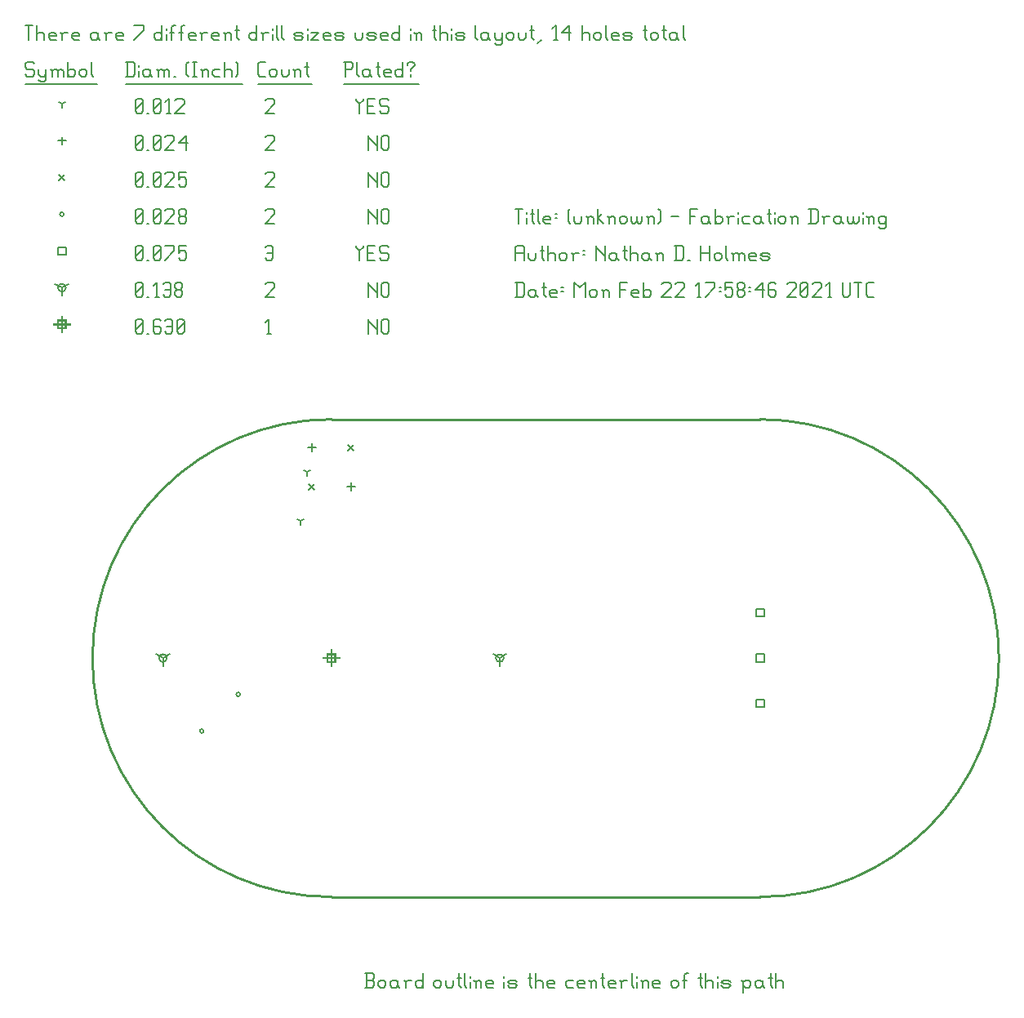
<source format=gbr>
G04 start of page 13 for group -3984 idx -3984 *
G04 Title: (unknown), fab *
G04 Creator: pcb 4.0.2 *
G04 CreationDate: Mon Feb 22 17:58:46 2021 UTC *
G04 For: ndholmes *
G04 Format: Gerber/RS-274X *
G04 PCB-Dimensions (mil): 4500.00 2500.00 *
G04 PCB-Coordinate-Origin: lower left *
%MOIN*%
%FSLAX25Y25*%
%LNFAB*%
%ADD66C,0.0100*%
%ADD65C,0.0060*%
%ADD64R,0.0080X0.0080*%
G54D64*X125000Y128200D02*Y121800D01*
X121800Y125000D02*X128200D01*
X123400Y126600D02*X126600D01*
X123400D02*Y123400D01*
X126600D01*
Y126600D02*Y123400D01*
X15000Y264450D02*Y258050D01*
X11800Y261250D02*X18200D01*
X13400Y262850D02*X16600D01*
X13400D02*Y259650D01*
X16600D01*
Y262850D02*Y259650D01*
G54D65*X140000Y263500D02*Y257500D01*
Y263500D02*Y262750D01*
X143750Y259000D01*
Y263500D02*Y257500D01*
X145550Y262750D02*Y258250D01*
Y262750D02*X146300Y263500D01*
X147800D01*
X148550Y262750D01*
Y258250D01*
X147800Y257500D02*X148550Y258250D01*
X146300Y257500D02*X147800D01*
X145550Y258250D02*X146300Y257500D01*
X98750D02*X100250D01*
X99500Y263500D02*Y257500D01*
X98000Y262000D02*X99500Y263500D01*
X45000Y258250D02*X45750Y257500D01*
X45000Y262750D02*Y258250D01*
Y262750D02*X45750Y263500D01*
X47250D01*
X48000Y262750D01*
Y258250D01*
X47250Y257500D02*X48000Y258250D01*
X45750Y257500D02*X47250D01*
X45000Y259000D02*X48000Y262000D01*
X49800Y257500D02*X50550D01*
X54600Y263500D02*X55350Y262750D01*
X53100Y263500D02*X54600D01*
X52350Y262750D02*X53100Y263500D01*
X52350Y262750D02*Y258250D01*
X53100Y257500D01*
X54600Y260500D02*X55350Y259750D01*
X52350Y260500D02*X54600D01*
X53100Y257500D02*X54600D01*
X55350Y258250D01*
Y259750D02*Y258250D01*
X57150Y262750D02*X57900Y263500D01*
X59400D01*
X60150Y262750D01*
Y258250D01*
X59400Y257500D02*X60150Y258250D01*
X57900Y257500D02*X59400D01*
X57150Y258250D02*X57900Y257500D01*
Y260500D02*X60150D01*
X61950Y258250D02*X62700Y257500D01*
X61950Y262750D02*Y258250D01*
Y262750D02*X62700Y263500D01*
X64200D01*
X64950Y262750D01*
Y258250D01*
X64200Y257500D02*X64950Y258250D01*
X62700Y257500D02*X64200D01*
X61950Y259000D02*X64950Y262000D01*
X193750Y125000D02*Y121800D01*
Y125000D02*X196523Y126600D01*
X193750Y125000D02*X190977Y126600D01*
X192150Y125000D02*G75*G03X195350Y125000I1600J0D01*G01*
G75*G03X192150Y125000I-1600J0D01*G01*
X56250D02*Y121800D01*
Y125000D02*X59023Y126600D01*
X56250Y125000D02*X53477Y126600D01*
X54650Y125000D02*G75*G03X57850Y125000I1600J0D01*G01*
G75*G03X54650Y125000I-1600J0D01*G01*
X15000Y276250D02*Y273050D01*
Y276250D02*X17773Y277850D01*
X15000Y276250D02*X12227Y277850D01*
X13400Y276250D02*G75*G03X16600Y276250I1600J0D01*G01*
G75*G03X13400Y276250I-1600J0D01*G01*
X140000Y278500D02*Y272500D01*
Y278500D02*Y277750D01*
X143750Y274000D01*
Y278500D02*Y272500D01*
X145550Y277750D02*Y273250D01*
Y277750D02*X146300Y278500D01*
X147800D01*
X148550Y277750D01*
Y273250D01*
X147800Y272500D02*X148550Y273250D01*
X146300Y272500D02*X147800D01*
X145550Y273250D02*X146300Y272500D01*
X98000Y277750D02*X98750Y278500D01*
X101000D01*
X101750Y277750D01*
Y276250D01*
X98000Y272500D02*X101750Y276250D01*
X98000Y272500D02*X101750D01*
X45000Y273250D02*X45750Y272500D01*
X45000Y277750D02*Y273250D01*
Y277750D02*X45750Y278500D01*
X47250D01*
X48000Y277750D01*
Y273250D01*
X47250Y272500D02*X48000Y273250D01*
X45750Y272500D02*X47250D01*
X45000Y274000D02*X48000Y277000D01*
X49800Y272500D02*X50550D01*
X53100D02*X54600D01*
X53850Y278500D02*Y272500D01*
X52350Y277000D02*X53850Y278500D01*
X56400Y277750D02*X57150Y278500D01*
X58650D01*
X59400Y277750D01*
Y273250D01*
X58650Y272500D02*X59400Y273250D01*
X57150Y272500D02*X58650D01*
X56400Y273250D02*X57150Y272500D01*
Y275500D02*X59400D01*
X61200Y273250D02*X61950Y272500D01*
X61200Y274750D02*Y273250D01*
Y274750D02*X61950Y275500D01*
X63450D01*
X64200Y274750D01*
Y273250D01*
X63450Y272500D02*X64200Y273250D01*
X61950Y272500D02*X63450D01*
X61200Y276250D02*X61950Y275500D01*
X61200Y277750D02*Y276250D01*
Y277750D02*X61950Y278500D01*
X63450D01*
X64200Y277750D01*
Y276250D01*
X63450Y275500D02*X64200Y276250D01*
X298400Y145100D02*X301600D01*
X298400D02*Y141900D01*
X301600D01*
Y145100D02*Y141900D01*
X298400Y126600D02*X301600D01*
X298400D02*Y123400D01*
X301600D01*
Y126600D02*Y123400D01*
X298400Y108100D02*X301600D01*
X298400D02*Y104900D01*
X301600D01*
Y108100D02*Y104900D01*
X13400Y292850D02*X16600D01*
X13400D02*Y289650D01*
X16600D01*
Y292850D02*Y289650D01*
X135000Y293500D02*Y292750D01*
X136500Y291250D01*
X138000Y292750D01*
Y293500D02*Y292750D01*
X136500Y291250D02*Y287500D01*
X139800Y290500D02*X142050D01*
X139800Y287500D02*X142800D01*
X139800Y293500D02*Y287500D01*
Y293500D02*X142800D01*
X147600D02*X148350Y292750D01*
X145350Y293500D02*X147600D01*
X144600Y292750D02*X145350Y293500D01*
X144600Y292750D02*Y291250D01*
X145350Y290500D01*
X147600D01*
X148350Y289750D01*
Y288250D01*
X147600Y287500D02*X148350Y288250D01*
X145350Y287500D02*X147600D01*
X144600Y288250D02*X145350Y287500D01*
X98000Y292750D02*X98750Y293500D01*
X100250D01*
X101000Y292750D01*
Y288250D01*
X100250Y287500D02*X101000Y288250D01*
X98750Y287500D02*X100250D01*
X98000Y288250D02*X98750Y287500D01*
Y290500D02*X101000D01*
X45000Y288250D02*X45750Y287500D01*
X45000Y292750D02*Y288250D01*
Y292750D02*X45750Y293500D01*
X47250D01*
X48000Y292750D01*
Y288250D01*
X47250Y287500D02*X48000Y288250D01*
X45750Y287500D02*X47250D01*
X45000Y289000D02*X48000Y292000D01*
X49800Y287500D02*X50550D01*
X52350Y288250D02*X53100Y287500D01*
X52350Y292750D02*Y288250D01*
Y292750D02*X53100Y293500D01*
X54600D01*
X55350Y292750D01*
Y288250D01*
X54600Y287500D02*X55350Y288250D01*
X53100Y287500D02*X54600D01*
X52350Y289000D02*X55350Y292000D01*
X57150Y287500D02*X60900Y291250D01*
Y293500D02*Y291250D01*
X57150Y293500D02*X60900D01*
X62700D02*X65700D01*
X62700D02*Y290500D01*
X63450Y291250D01*
X64950D01*
X65700Y290500D01*
Y288250D01*
X64950Y287500D02*X65700Y288250D01*
X63450Y287500D02*X64950D01*
X62700Y288250D02*X63450Y287500D01*
X71281Y95254D02*G75*G03X72881Y95254I800J0D01*G01*
G75*G03X71281Y95254I-800J0D01*G01*
X86203Y110175D02*G75*G03X87803Y110175I800J0D01*G01*
G75*G03X86203Y110175I-800J0D01*G01*
X14200Y306250D02*G75*G03X15800Y306250I800J0D01*G01*
G75*G03X14200Y306250I-800J0D01*G01*
X140000Y308500D02*Y302500D01*
Y308500D02*Y307750D01*
X143750Y304000D01*
Y308500D02*Y302500D01*
X145550Y307750D02*Y303250D01*
Y307750D02*X146300Y308500D01*
X147800D01*
X148550Y307750D01*
Y303250D01*
X147800Y302500D02*X148550Y303250D01*
X146300Y302500D02*X147800D01*
X145550Y303250D02*X146300Y302500D01*
X98000Y307750D02*X98750Y308500D01*
X101000D01*
X101750Y307750D01*
Y306250D01*
X98000Y302500D02*X101750Y306250D01*
X98000Y302500D02*X101750D01*
X45000Y303250D02*X45750Y302500D01*
X45000Y307750D02*Y303250D01*
Y307750D02*X45750Y308500D01*
X47250D01*
X48000Y307750D01*
Y303250D01*
X47250Y302500D02*X48000Y303250D01*
X45750Y302500D02*X47250D01*
X45000Y304000D02*X48000Y307000D01*
X49800Y302500D02*X50550D01*
X52350Y303250D02*X53100Y302500D01*
X52350Y307750D02*Y303250D01*
Y307750D02*X53100Y308500D01*
X54600D01*
X55350Y307750D01*
Y303250D01*
X54600Y302500D02*X55350Y303250D01*
X53100Y302500D02*X54600D01*
X52350Y304000D02*X55350Y307000D01*
X57150Y307750D02*X57900Y308500D01*
X60150D01*
X60900Y307750D01*
Y306250D01*
X57150Y302500D02*X60900Y306250D01*
X57150Y302500D02*X60900D01*
X62700Y303250D02*X63450Y302500D01*
X62700Y304750D02*Y303250D01*
Y304750D02*X63450Y305500D01*
X64950D01*
X65700Y304750D01*
Y303250D01*
X64950Y302500D02*X65700Y303250D01*
X63450Y302500D02*X64950D01*
X62700Y306250D02*X63450Y305500D01*
X62700Y307750D02*Y306250D01*
Y307750D02*X63450Y308500D01*
X64950D01*
X65700Y307750D01*
Y306250D01*
X64950Y305500D02*X65700Y306250D01*
X131800Y212200D02*X134200Y209800D01*
X131800D02*X134200Y212200D01*
X115800Y196200D02*X118200Y193800D01*
X115800D02*X118200Y196200D01*
X13800Y322450D02*X16200Y320050D01*
X13800D02*X16200Y322450D01*
X140000Y323500D02*Y317500D01*
Y323500D02*Y322750D01*
X143750Y319000D01*
Y323500D02*Y317500D01*
X145550Y322750D02*Y318250D01*
Y322750D02*X146300Y323500D01*
X147800D01*
X148550Y322750D01*
Y318250D01*
X147800Y317500D02*X148550Y318250D01*
X146300Y317500D02*X147800D01*
X145550Y318250D02*X146300Y317500D01*
X98000Y322750D02*X98750Y323500D01*
X101000D01*
X101750Y322750D01*
Y321250D01*
X98000Y317500D02*X101750Y321250D01*
X98000Y317500D02*X101750D01*
X45000Y318250D02*X45750Y317500D01*
X45000Y322750D02*Y318250D01*
Y322750D02*X45750Y323500D01*
X47250D01*
X48000Y322750D01*
Y318250D01*
X47250Y317500D02*X48000Y318250D01*
X45750Y317500D02*X47250D01*
X45000Y319000D02*X48000Y322000D01*
X49800Y317500D02*X50550D01*
X52350Y318250D02*X53100Y317500D01*
X52350Y322750D02*Y318250D01*
Y322750D02*X53100Y323500D01*
X54600D01*
X55350Y322750D01*
Y318250D01*
X54600Y317500D02*X55350Y318250D01*
X53100Y317500D02*X54600D01*
X52350Y319000D02*X55350Y322000D01*
X57150Y322750D02*X57900Y323500D01*
X60150D01*
X60900Y322750D01*
Y321250D01*
X57150Y317500D02*X60900Y321250D01*
X57150Y317500D02*X60900D01*
X62700Y323500D02*X65700D01*
X62700D02*Y320500D01*
X63450Y321250D01*
X64950D01*
X65700Y320500D01*
Y318250D01*
X64950Y317500D02*X65700Y318250D01*
X63450Y317500D02*X64950D01*
X62700Y318250D02*X63450Y317500D01*
X133000Y196600D02*Y193400D01*
X131400Y195000D02*X134600D01*
X117000Y212600D02*Y209400D01*
X115400Y211000D02*X118600D01*
X15000Y337850D02*Y334650D01*
X13400Y336250D02*X16600D01*
X140000Y338500D02*Y332500D01*
Y338500D02*Y337750D01*
X143750Y334000D01*
Y338500D02*Y332500D01*
X145550Y337750D02*Y333250D01*
Y337750D02*X146300Y338500D01*
X147800D01*
X148550Y337750D01*
Y333250D01*
X147800Y332500D02*X148550Y333250D01*
X146300Y332500D02*X147800D01*
X145550Y333250D02*X146300Y332500D01*
X98000Y337750D02*X98750Y338500D01*
X101000D01*
X101750Y337750D01*
Y336250D01*
X98000Y332500D02*X101750Y336250D01*
X98000Y332500D02*X101750D01*
X45000Y333250D02*X45750Y332500D01*
X45000Y337750D02*Y333250D01*
Y337750D02*X45750Y338500D01*
X47250D01*
X48000Y337750D01*
Y333250D01*
X47250Y332500D02*X48000Y333250D01*
X45750Y332500D02*X47250D01*
X45000Y334000D02*X48000Y337000D01*
X49800Y332500D02*X50550D01*
X52350Y333250D02*X53100Y332500D01*
X52350Y337750D02*Y333250D01*
Y337750D02*X53100Y338500D01*
X54600D01*
X55350Y337750D01*
Y333250D01*
X54600Y332500D02*X55350Y333250D01*
X53100Y332500D02*X54600D01*
X52350Y334000D02*X55350Y337000D01*
X57150Y337750D02*X57900Y338500D01*
X60150D01*
X60900Y337750D01*
Y336250D01*
X57150Y332500D02*X60900Y336250D01*
X57150Y332500D02*X60900D01*
X62700Y335500D02*X65700Y338500D01*
X62700Y335500D02*X66450D01*
X65700Y338500D02*Y332500D01*
X112500Y181000D02*Y179400D01*
Y181000D02*X113887Y181800D01*
X112500Y181000D02*X111113Y181800D01*
X115000Y201000D02*Y199400D01*
Y201000D02*X116387Y201800D01*
X115000Y201000D02*X113613Y201800D01*
X15000Y351250D02*Y349650D01*
Y351250D02*X16387Y352050D01*
X15000Y351250D02*X13613Y352050D01*
X135000Y353500D02*Y352750D01*
X136500Y351250D01*
X138000Y352750D01*
Y353500D02*Y352750D01*
X136500Y351250D02*Y347500D01*
X139800Y350500D02*X142050D01*
X139800Y347500D02*X142800D01*
X139800Y353500D02*Y347500D01*
Y353500D02*X142800D01*
X147600D02*X148350Y352750D01*
X145350Y353500D02*X147600D01*
X144600Y352750D02*X145350Y353500D01*
X144600Y352750D02*Y351250D01*
X145350Y350500D01*
X147600D01*
X148350Y349750D01*
Y348250D01*
X147600Y347500D02*X148350Y348250D01*
X145350Y347500D02*X147600D01*
X144600Y348250D02*X145350Y347500D01*
X98000Y352750D02*X98750Y353500D01*
X101000D01*
X101750Y352750D01*
Y351250D01*
X98000Y347500D02*X101750Y351250D01*
X98000Y347500D02*X101750D01*
X45000Y348250D02*X45750Y347500D01*
X45000Y352750D02*Y348250D01*
Y352750D02*X45750Y353500D01*
X47250D01*
X48000Y352750D01*
Y348250D01*
X47250Y347500D02*X48000Y348250D01*
X45750Y347500D02*X47250D01*
X45000Y349000D02*X48000Y352000D01*
X49800Y347500D02*X50550D01*
X52350Y348250D02*X53100Y347500D01*
X52350Y352750D02*Y348250D01*
Y352750D02*X53100Y353500D01*
X54600D01*
X55350Y352750D01*
Y348250D01*
X54600Y347500D02*X55350Y348250D01*
X53100Y347500D02*X54600D01*
X52350Y349000D02*X55350Y352000D01*
X57900Y347500D02*X59400D01*
X58650Y353500D02*Y347500D01*
X57150Y352000D02*X58650Y353500D01*
X61200Y352750D02*X61950Y353500D01*
X64200D01*
X64950Y352750D01*
Y351250D01*
X61200Y347500D02*X64950Y351250D01*
X61200Y347500D02*X64950D01*
X3000Y368500D02*X3750Y367750D01*
X750Y368500D02*X3000D01*
X0Y367750D02*X750Y368500D01*
X0Y367750D02*Y366250D01*
X750Y365500D01*
X3000D01*
X3750Y364750D01*
Y363250D01*
X3000Y362500D02*X3750Y363250D01*
X750Y362500D02*X3000D01*
X0Y363250D02*X750Y362500D01*
X5550Y365500D02*Y363250D01*
X6300Y362500D01*
X8550Y365500D02*Y361000D01*
X7800Y360250D02*X8550Y361000D01*
X6300Y360250D02*X7800D01*
X5550Y361000D02*X6300Y360250D01*
Y362500D02*X7800D01*
X8550Y363250D01*
X11100Y364750D02*Y362500D01*
Y364750D02*X11850Y365500D01*
X12600D01*
X13350Y364750D01*
Y362500D01*
Y364750D02*X14100Y365500D01*
X14850D01*
X15600Y364750D01*
Y362500D01*
X10350Y365500D02*X11100Y364750D01*
X17400Y368500D02*Y362500D01*
Y363250D02*X18150Y362500D01*
X19650D01*
X20400Y363250D01*
Y364750D02*Y363250D01*
X19650Y365500D02*X20400Y364750D01*
X18150Y365500D02*X19650D01*
X17400Y364750D02*X18150Y365500D01*
X22200Y364750D02*Y363250D01*
Y364750D02*X22950Y365500D01*
X24450D01*
X25200Y364750D01*
Y363250D01*
X24450Y362500D02*X25200Y363250D01*
X22950Y362500D02*X24450D01*
X22200Y363250D02*X22950Y362500D01*
X27000Y368500D02*Y363250D01*
X27750Y362500D01*
X0Y359250D02*X29250D01*
X41750Y368500D02*Y362500D01*
X44000Y368500D02*X44750Y367750D01*
Y363250D01*
X44000Y362500D02*X44750Y363250D01*
X41000Y362500D02*X44000D01*
X41000Y368500D02*X44000D01*
X46550Y367000D02*Y366250D01*
Y364750D02*Y362500D01*
X50300Y365500D02*X51050Y364750D01*
X48800Y365500D02*X50300D01*
X48050Y364750D02*X48800Y365500D01*
X48050Y364750D02*Y363250D01*
X48800Y362500D01*
X51050Y365500D02*Y363250D01*
X51800Y362500D01*
X48800D02*X50300D01*
X51050Y363250D01*
X54350Y364750D02*Y362500D01*
Y364750D02*X55100Y365500D01*
X55850D01*
X56600Y364750D01*
Y362500D01*
Y364750D02*X57350Y365500D01*
X58100D01*
X58850Y364750D01*
Y362500D01*
X53600Y365500D02*X54350Y364750D01*
X60650Y362500D02*X61400D01*
X65900Y363250D02*X66650Y362500D01*
X65900Y367750D02*X66650Y368500D01*
X65900Y367750D02*Y363250D01*
X68450Y368500D02*X69950D01*
X69200D02*Y362500D01*
X68450D02*X69950D01*
X72500Y364750D02*Y362500D01*
Y364750D02*X73250Y365500D01*
X74000D01*
X74750Y364750D01*
Y362500D01*
X71750Y365500D02*X72500Y364750D01*
X77300Y365500D02*X79550D01*
X76550Y364750D02*X77300Y365500D01*
X76550Y364750D02*Y363250D01*
X77300Y362500D01*
X79550D01*
X81350Y368500D02*Y362500D01*
Y364750D02*X82100Y365500D01*
X83600D01*
X84350Y364750D01*
Y362500D01*
X86150Y368500D02*X86900Y367750D01*
Y363250D01*
X86150Y362500D02*X86900Y363250D01*
X41000Y359250D02*X88700D01*
X95750Y362500D02*X98000D01*
X95000Y363250D02*X95750Y362500D01*
X95000Y367750D02*Y363250D01*
Y367750D02*X95750Y368500D01*
X98000D01*
X99800Y364750D02*Y363250D01*
Y364750D02*X100550Y365500D01*
X102050D01*
X102800Y364750D01*
Y363250D01*
X102050Y362500D02*X102800Y363250D01*
X100550Y362500D02*X102050D01*
X99800Y363250D02*X100550Y362500D01*
X104600Y365500D02*Y363250D01*
X105350Y362500D01*
X106850D01*
X107600Y363250D01*
Y365500D02*Y363250D01*
X110150Y364750D02*Y362500D01*
Y364750D02*X110900Y365500D01*
X111650D01*
X112400Y364750D01*
Y362500D01*
X109400Y365500D02*X110150Y364750D01*
X114950Y368500D02*Y363250D01*
X115700Y362500D01*
X114200Y366250D02*X115700D01*
X95000Y359250D02*X117200D01*
X130750Y368500D02*Y362500D01*
X130000Y368500D02*X133000D01*
X133750Y367750D01*
Y366250D01*
X133000Y365500D02*X133750Y366250D01*
X130750Y365500D02*X133000D01*
X135550Y368500D02*Y363250D01*
X136300Y362500D01*
X140050Y365500D02*X140800Y364750D01*
X138550Y365500D02*X140050D01*
X137800Y364750D02*X138550Y365500D01*
X137800Y364750D02*Y363250D01*
X138550Y362500D01*
X140800Y365500D02*Y363250D01*
X141550Y362500D01*
X138550D02*X140050D01*
X140800Y363250D01*
X144100Y368500D02*Y363250D01*
X144850Y362500D01*
X143350Y366250D02*X144850D01*
X147100Y362500D02*X149350D01*
X146350Y363250D02*X147100Y362500D01*
X146350Y364750D02*Y363250D01*
Y364750D02*X147100Y365500D01*
X148600D01*
X149350Y364750D01*
X146350Y364000D02*X149350D01*
Y364750D02*Y364000D01*
X154150Y368500D02*Y362500D01*
X153400D02*X154150Y363250D01*
X151900Y362500D02*X153400D01*
X151150Y363250D02*X151900Y362500D01*
X151150Y364750D02*Y363250D01*
Y364750D02*X151900Y365500D01*
X153400D01*
X154150Y364750D01*
X157450Y365500D02*Y364750D01*
Y363250D02*Y362500D01*
X155950Y367750D02*Y367000D01*
Y367750D02*X156700Y368500D01*
X158200D01*
X158950Y367750D01*
Y367000D01*
X157450Y365500D02*X158950Y367000D01*
X130000Y359250D02*X160750D01*
X0Y383500D02*X3000D01*
X1500D02*Y377500D01*
X4800Y383500D02*Y377500D01*
Y379750D02*X5550Y380500D01*
X7050D01*
X7800Y379750D01*
Y377500D01*
X10350D02*X12600D01*
X9600Y378250D02*X10350Y377500D01*
X9600Y379750D02*Y378250D01*
Y379750D02*X10350Y380500D01*
X11850D01*
X12600Y379750D01*
X9600Y379000D02*X12600D01*
Y379750D02*Y379000D01*
X15150Y379750D02*Y377500D01*
Y379750D02*X15900Y380500D01*
X17400D01*
X14400D02*X15150Y379750D01*
X19950Y377500D02*X22200D01*
X19200Y378250D02*X19950Y377500D01*
X19200Y379750D02*Y378250D01*
Y379750D02*X19950Y380500D01*
X21450D01*
X22200Y379750D01*
X19200Y379000D02*X22200D01*
Y379750D02*Y379000D01*
X28950Y380500D02*X29700Y379750D01*
X27450Y380500D02*X28950D01*
X26700Y379750D02*X27450Y380500D01*
X26700Y379750D02*Y378250D01*
X27450Y377500D01*
X29700Y380500D02*Y378250D01*
X30450Y377500D01*
X27450D02*X28950D01*
X29700Y378250D01*
X33000Y379750D02*Y377500D01*
Y379750D02*X33750Y380500D01*
X35250D01*
X32250D02*X33000Y379750D01*
X37800Y377500D02*X40050D01*
X37050Y378250D02*X37800Y377500D01*
X37050Y379750D02*Y378250D01*
Y379750D02*X37800Y380500D01*
X39300D01*
X40050Y379750D01*
X37050Y379000D02*X40050D01*
Y379750D02*Y379000D01*
X44550Y377500D02*X48300Y381250D01*
Y383500D02*Y381250D01*
X44550Y383500D02*X48300D01*
X55800D02*Y377500D01*
X55050D02*X55800Y378250D01*
X53550Y377500D02*X55050D01*
X52800Y378250D02*X53550Y377500D01*
X52800Y379750D02*Y378250D01*
Y379750D02*X53550Y380500D01*
X55050D01*
X55800Y379750D01*
X57600Y382000D02*Y381250D01*
Y379750D02*Y377500D01*
X59850Y382750D02*Y377500D01*
Y382750D02*X60600Y383500D01*
X61350D01*
X59100Y380500D02*X60600D01*
X63600Y382750D02*Y377500D01*
Y382750D02*X64350Y383500D01*
X65100D01*
X62850Y380500D02*X64350D01*
X67350Y377500D02*X69600D01*
X66600Y378250D02*X67350Y377500D01*
X66600Y379750D02*Y378250D01*
Y379750D02*X67350Y380500D01*
X68850D01*
X69600Y379750D01*
X66600Y379000D02*X69600D01*
Y379750D02*Y379000D01*
X72150Y379750D02*Y377500D01*
Y379750D02*X72900Y380500D01*
X74400D01*
X71400D02*X72150Y379750D01*
X76950Y377500D02*X79200D01*
X76200Y378250D02*X76950Y377500D01*
X76200Y379750D02*Y378250D01*
Y379750D02*X76950Y380500D01*
X78450D01*
X79200Y379750D01*
X76200Y379000D02*X79200D01*
Y379750D02*Y379000D01*
X81750Y379750D02*Y377500D01*
Y379750D02*X82500Y380500D01*
X83250D01*
X84000Y379750D01*
Y377500D01*
X81000Y380500D02*X81750Y379750D01*
X86550Y383500D02*Y378250D01*
X87300Y377500D01*
X85800Y381250D02*X87300D01*
X94500Y383500D02*Y377500D01*
X93750D02*X94500Y378250D01*
X92250Y377500D02*X93750D01*
X91500Y378250D02*X92250Y377500D01*
X91500Y379750D02*Y378250D01*
Y379750D02*X92250Y380500D01*
X93750D01*
X94500Y379750D01*
X97050D02*Y377500D01*
Y379750D02*X97800Y380500D01*
X99300D01*
X96300D02*X97050Y379750D01*
X101100Y382000D02*Y381250D01*
Y379750D02*Y377500D01*
X102600Y383500D02*Y378250D01*
X103350Y377500D01*
X104850Y383500D02*Y378250D01*
X105600Y377500D01*
X110550D02*X112800D01*
X113550Y378250D01*
X112800Y379000D02*X113550Y378250D01*
X110550Y379000D02*X112800D01*
X109800Y379750D02*X110550Y379000D01*
X109800Y379750D02*X110550Y380500D01*
X112800D01*
X113550Y379750D01*
X109800Y378250D02*X110550Y377500D01*
X115350Y382000D02*Y381250D01*
Y379750D02*Y377500D01*
X116850Y380500D02*X119850D01*
X116850Y377500D02*X119850Y380500D01*
X116850Y377500D02*X119850D01*
X122400D02*X124650D01*
X121650Y378250D02*X122400Y377500D01*
X121650Y379750D02*Y378250D01*
Y379750D02*X122400Y380500D01*
X123900D01*
X124650Y379750D01*
X121650Y379000D02*X124650D01*
Y379750D02*Y379000D01*
X127200Y377500D02*X129450D01*
X130200Y378250D01*
X129450Y379000D02*X130200Y378250D01*
X127200Y379000D02*X129450D01*
X126450Y379750D02*X127200Y379000D01*
X126450Y379750D02*X127200Y380500D01*
X129450D01*
X130200Y379750D01*
X126450Y378250D02*X127200Y377500D01*
X134700Y380500D02*Y378250D01*
X135450Y377500D01*
X136950D01*
X137700Y378250D01*
Y380500D02*Y378250D01*
X140250Y377500D02*X142500D01*
X143250Y378250D01*
X142500Y379000D02*X143250Y378250D01*
X140250Y379000D02*X142500D01*
X139500Y379750D02*X140250Y379000D01*
X139500Y379750D02*X140250Y380500D01*
X142500D01*
X143250Y379750D01*
X139500Y378250D02*X140250Y377500D01*
X145800D02*X148050D01*
X145050Y378250D02*X145800Y377500D01*
X145050Y379750D02*Y378250D01*
Y379750D02*X145800Y380500D01*
X147300D01*
X148050Y379750D01*
X145050Y379000D02*X148050D01*
Y379750D02*Y379000D01*
X152850Y383500D02*Y377500D01*
X152100D02*X152850Y378250D01*
X150600Y377500D02*X152100D01*
X149850Y378250D02*X150600Y377500D01*
X149850Y379750D02*Y378250D01*
Y379750D02*X150600Y380500D01*
X152100D01*
X152850Y379750D01*
X157350Y382000D02*Y381250D01*
Y379750D02*Y377500D01*
X159600Y379750D02*Y377500D01*
Y379750D02*X160350Y380500D01*
X161100D01*
X161850Y379750D01*
Y377500D01*
X158850Y380500D02*X159600Y379750D01*
X167100Y383500D02*Y378250D01*
X167850Y377500D01*
X166350Y381250D02*X167850D01*
X169350Y383500D02*Y377500D01*
Y379750D02*X170100Y380500D01*
X171600D01*
X172350Y379750D01*
Y377500D01*
X174150Y382000D02*Y381250D01*
Y379750D02*Y377500D01*
X176400D02*X178650D01*
X179400Y378250D01*
X178650Y379000D02*X179400Y378250D01*
X176400Y379000D02*X178650D01*
X175650Y379750D02*X176400Y379000D01*
X175650Y379750D02*X176400Y380500D01*
X178650D01*
X179400Y379750D01*
X175650Y378250D02*X176400Y377500D01*
X183900Y383500D02*Y378250D01*
X184650Y377500D01*
X188400Y380500D02*X189150Y379750D01*
X186900Y380500D02*X188400D01*
X186150Y379750D02*X186900Y380500D01*
X186150Y379750D02*Y378250D01*
X186900Y377500D01*
X189150Y380500D02*Y378250D01*
X189900Y377500D01*
X186900D02*X188400D01*
X189150Y378250D01*
X191700Y380500D02*Y378250D01*
X192450Y377500D01*
X194700Y380500D02*Y376000D01*
X193950Y375250D02*X194700Y376000D01*
X192450Y375250D02*X193950D01*
X191700Y376000D02*X192450Y375250D01*
Y377500D02*X193950D01*
X194700Y378250D01*
X196500Y379750D02*Y378250D01*
Y379750D02*X197250Y380500D01*
X198750D01*
X199500Y379750D01*
Y378250D01*
X198750Y377500D02*X199500Y378250D01*
X197250Y377500D02*X198750D01*
X196500Y378250D02*X197250Y377500D01*
X201300Y380500D02*Y378250D01*
X202050Y377500D01*
X203550D01*
X204300Y378250D01*
Y380500D02*Y378250D01*
X206850Y383500D02*Y378250D01*
X207600Y377500D01*
X206100Y381250D02*X207600D01*
X209100Y376000D02*X210600Y377500D01*
X215850D02*X217350D01*
X216600Y383500D02*Y377500D01*
X215100Y382000D02*X216600Y383500D01*
X219150Y380500D02*X222150Y383500D01*
X219150Y380500D02*X222900D01*
X222150Y383500D02*Y377500D01*
X227400Y383500D02*Y377500D01*
Y379750D02*X228150Y380500D01*
X229650D01*
X230400Y379750D01*
Y377500D01*
X232200Y379750D02*Y378250D01*
Y379750D02*X232950Y380500D01*
X234450D01*
X235200Y379750D01*
Y378250D01*
X234450Y377500D02*X235200Y378250D01*
X232950Y377500D02*X234450D01*
X232200Y378250D02*X232950Y377500D01*
X237000Y383500D02*Y378250D01*
X237750Y377500D01*
X240000D02*X242250D01*
X239250Y378250D02*X240000Y377500D01*
X239250Y379750D02*Y378250D01*
Y379750D02*X240000Y380500D01*
X241500D01*
X242250Y379750D01*
X239250Y379000D02*X242250D01*
Y379750D02*Y379000D01*
X244800Y377500D02*X247050D01*
X247800Y378250D01*
X247050Y379000D02*X247800Y378250D01*
X244800Y379000D02*X247050D01*
X244050Y379750D02*X244800Y379000D01*
X244050Y379750D02*X244800Y380500D01*
X247050D01*
X247800Y379750D01*
X244050Y378250D02*X244800Y377500D01*
X253050Y383500D02*Y378250D01*
X253800Y377500D01*
X252300Y381250D02*X253800D01*
X255300Y379750D02*Y378250D01*
Y379750D02*X256050Y380500D01*
X257550D01*
X258300Y379750D01*
Y378250D01*
X257550Y377500D02*X258300Y378250D01*
X256050Y377500D02*X257550D01*
X255300Y378250D02*X256050Y377500D01*
X260850Y383500D02*Y378250D01*
X261600Y377500D01*
X260100Y381250D02*X261600D01*
X265350Y380500D02*X266100Y379750D01*
X263850Y380500D02*X265350D01*
X263100Y379750D02*X263850Y380500D01*
X263100Y379750D02*Y378250D01*
X263850Y377500D01*
X266100Y380500D02*Y378250D01*
X266850Y377500D01*
X263850D02*X265350D01*
X266100Y378250D01*
X268650Y383500D02*Y378250D01*
X269400Y377500D01*
G54D66*X125000Y222500D02*X300000D01*
Y27500D02*X125000D01*
X125000Y222500D02*G75*G03X125000Y27500I0J-97500D01*G01*
X300000D02*G75*G03X300000Y222500I0J97500D01*G01*
G54D65*X138675Y-9500D02*X141675D01*
X142425Y-8750D01*
Y-7250D02*Y-8750D01*
X141675Y-6500D02*X142425Y-7250D01*
X139425Y-6500D02*X141675D01*
X139425Y-3500D02*Y-9500D01*
X138675Y-3500D02*X141675D01*
X142425Y-4250D01*
Y-5750D01*
X141675Y-6500D02*X142425Y-5750D01*
X144225Y-7250D02*Y-8750D01*
Y-7250D02*X144975Y-6500D01*
X146475D01*
X147225Y-7250D01*
Y-8750D01*
X146475Y-9500D02*X147225Y-8750D01*
X144975Y-9500D02*X146475D01*
X144225Y-8750D02*X144975Y-9500D01*
X151275Y-6500D02*X152025Y-7250D01*
X149775Y-6500D02*X151275D01*
X149025Y-7250D02*X149775Y-6500D01*
X149025Y-7250D02*Y-8750D01*
X149775Y-9500D01*
X152025Y-6500D02*Y-8750D01*
X152775Y-9500D01*
X149775D02*X151275D01*
X152025Y-8750D01*
X155325Y-7250D02*Y-9500D01*
Y-7250D02*X156075Y-6500D01*
X157575D01*
X154575D02*X155325Y-7250D01*
X162375Y-3500D02*Y-9500D01*
X161625D02*X162375Y-8750D01*
X160125Y-9500D02*X161625D01*
X159375Y-8750D02*X160125Y-9500D01*
X159375Y-7250D02*Y-8750D01*
Y-7250D02*X160125Y-6500D01*
X161625D01*
X162375Y-7250D01*
X166875D02*Y-8750D01*
Y-7250D02*X167625Y-6500D01*
X169125D01*
X169875Y-7250D01*
Y-8750D01*
X169125Y-9500D02*X169875Y-8750D01*
X167625Y-9500D02*X169125D01*
X166875Y-8750D02*X167625Y-9500D01*
X171675Y-6500D02*Y-8750D01*
X172425Y-9500D01*
X173925D01*
X174675Y-8750D01*
Y-6500D02*Y-8750D01*
X177225Y-3500D02*Y-8750D01*
X177975Y-9500D01*
X176475Y-5750D02*X177975D01*
X179475Y-3500D02*Y-8750D01*
X180225Y-9500D01*
X181725Y-5000D02*Y-5750D01*
Y-7250D02*Y-9500D01*
X183975Y-7250D02*Y-9500D01*
Y-7250D02*X184725Y-6500D01*
X185475D01*
X186225Y-7250D01*
Y-9500D01*
X183225Y-6500D02*X183975Y-7250D01*
X188775Y-9500D02*X191025D01*
X188025Y-8750D02*X188775Y-9500D01*
X188025Y-7250D02*Y-8750D01*
Y-7250D02*X188775Y-6500D01*
X190275D01*
X191025Y-7250D01*
X188025Y-8000D02*X191025D01*
Y-7250D02*Y-8000D01*
X195525Y-5000D02*Y-5750D01*
Y-7250D02*Y-9500D01*
X197775D02*X200025D01*
X200775Y-8750D01*
X200025Y-8000D02*X200775Y-8750D01*
X197775Y-8000D02*X200025D01*
X197025Y-7250D02*X197775Y-8000D01*
X197025Y-7250D02*X197775Y-6500D01*
X200025D01*
X200775Y-7250D01*
X197025Y-8750D02*X197775Y-9500D01*
X206025Y-3500D02*Y-8750D01*
X206775Y-9500D01*
X205275Y-5750D02*X206775D01*
X208275Y-3500D02*Y-9500D01*
Y-7250D02*X209025Y-6500D01*
X210525D01*
X211275Y-7250D01*
Y-9500D01*
X213825D02*X216075D01*
X213075Y-8750D02*X213825Y-9500D01*
X213075Y-7250D02*Y-8750D01*
Y-7250D02*X213825Y-6500D01*
X215325D01*
X216075Y-7250D01*
X213075Y-8000D02*X216075D01*
Y-7250D02*Y-8000D01*
X221325Y-6500D02*X223575D01*
X220575Y-7250D02*X221325Y-6500D01*
X220575Y-7250D02*Y-8750D01*
X221325Y-9500D01*
X223575D01*
X226125D02*X228375D01*
X225375Y-8750D02*X226125Y-9500D01*
X225375Y-7250D02*Y-8750D01*
Y-7250D02*X226125Y-6500D01*
X227625D01*
X228375Y-7250D01*
X225375Y-8000D02*X228375D01*
Y-7250D02*Y-8000D01*
X230925Y-7250D02*Y-9500D01*
Y-7250D02*X231675Y-6500D01*
X232425D01*
X233175Y-7250D01*
Y-9500D01*
X230175Y-6500D02*X230925Y-7250D01*
X235725Y-3500D02*Y-8750D01*
X236475Y-9500D01*
X234975Y-5750D02*X236475D01*
X238725Y-9500D02*X240975D01*
X237975Y-8750D02*X238725Y-9500D01*
X237975Y-7250D02*Y-8750D01*
Y-7250D02*X238725Y-6500D01*
X240225D01*
X240975Y-7250D01*
X237975Y-8000D02*X240975D01*
Y-7250D02*Y-8000D01*
X243525Y-7250D02*Y-9500D01*
Y-7250D02*X244275Y-6500D01*
X245775D01*
X242775D02*X243525Y-7250D01*
X247575Y-3500D02*Y-8750D01*
X248325Y-9500D01*
X249825Y-5000D02*Y-5750D01*
Y-7250D02*Y-9500D01*
X252075Y-7250D02*Y-9500D01*
Y-7250D02*X252825Y-6500D01*
X253575D01*
X254325Y-7250D01*
Y-9500D01*
X251325Y-6500D02*X252075Y-7250D01*
X256875Y-9500D02*X259125D01*
X256125Y-8750D02*X256875Y-9500D01*
X256125Y-7250D02*Y-8750D01*
Y-7250D02*X256875Y-6500D01*
X258375D01*
X259125Y-7250D01*
X256125Y-8000D02*X259125D01*
Y-7250D02*Y-8000D01*
X263625Y-7250D02*Y-8750D01*
Y-7250D02*X264375Y-6500D01*
X265875D01*
X266625Y-7250D01*
Y-8750D01*
X265875Y-9500D02*X266625Y-8750D01*
X264375Y-9500D02*X265875D01*
X263625Y-8750D02*X264375Y-9500D01*
X269175Y-4250D02*Y-9500D01*
Y-4250D02*X269925Y-3500D01*
X270675D01*
X268425Y-6500D02*X269925D01*
X275625Y-3500D02*Y-8750D01*
X276375Y-9500D01*
X274875Y-5750D02*X276375D01*
X277875Y-3500D02*Y-9500D01*
Y-7250D02*X278625Y-6500D01*
X280125D01*
X280875Y-7250D01*
Y-9500D01*
X282675Y-5000D02*Y-5750D01*
Y-7250D02*Y-9500D01*
X284925D02*X287175D01*
X287925Y-8750D01*
X287175Y-8000D02*X287925Y-8750D01*
X284925Y-8000D02*X287175D01*
X284175Y-7250D02*X284925Y-8000D01*
X284175Y-7250D02*X284925Y-6500D01*
X287175D01*
X287925Y-7250D01*
X284175Y-8750D02*X284925Y-9500D01*
X293175Y-7250D02*Y-11750D01*
X292425Y-6500D02*X293175Y-7250D01*
X293925Y-6500D01*
X295425D01*
X296175Y-7250D01*
Y-8750D01*
X295425Y-9500D02*X296175Y-8750D01*
X293925Y-9500D02*X295425D01*
X293175Y-8750D02*X293925Y-9500D01*
X300225Y-6500D02*X300975Y-7250D01*
X298725Y-6500D02*X300225D01*
X297975Y-7250D02*X298725Y-6500D01*
X297975Y-7250D02*Y-8750D01*
X298725Y-9500D01*
X300975Y-6500D02*Y-8750D01*
X301725Y-9500D01*
X298725D02*X300225D01*
X300975Y-8750D01*
X304275Y-3500D02*Y-8750D01*
X305025Y-9500D01*
X303525Y-5750D02*X305025D01*
X306525Y-3500D02*Y-9500D01*
Y-7250D02*X307275Y-6500D01*
X308775D01*
X309525Y-7250D01*
Y-9500D01*
X200750Y278500D02*Y272500D01*
X203000Y278500D02*X203750Y277750D01*
Y273250D01*
X203000Y272500D02*X203750Y273250D01*
X200000Y272500D02*X203000D01*
X200000Y278500D02*X203000D01*
X207800Y275500D02*X208550Y274750D01*
X206300Y275500D02*X207800D01*
X205550Y274750D02*X206300Y275500D01*
X205550Y274750D02*Y273250D01*
X206300Y272500D01*
X208550Y275500D02*Y273250D01*
X209300Y272500D01*
X206300D02*X207800D01*
X208550Y273250D01*
X211850Y278500D02*Y273250D01*
X212600Y272500D01*
X211100Y276250D02*X212600D01*
X214850Y272500D02*X217100D01*
X214100Y273250D02*X214850Y272500D01*
X214100Y274750D02*Y273250D01*
Y274750D02*X214850Y275500D01*
X216350D01*
X217100Y274750D01*
X214100Y274000D02*X217100D01*
Y274750D02*Y274000D01*
X218900Y276250D02*X219650D01*
X218900Y274750D02*X219650D01*
X224150Y278500D02*Y272500D01*
Y278500D02*X226400Y276250D01*
X228650Y278500D01*
Y272500D01*
X230450Y274750D02*Y273250D01*
Y274750D02*X231200Y275500D01*
X232700D01*
X233450Y274750D01*
Y273250D01*
X232700Y272500D02*X233450Y273250D01*
X231200Y272500D02*X232700D01*
X230450Y273250D02*X231200Y272500D01*
X236000Y274750D02*Y272500D01*
Y274750D02*X236750Y275500D01*
X237500D01*
X238250Y274750D01*
Y272500D01*
X235250Y275500D02*X236000Y274750D01*
X242750Y278500D02*Y272500D01*
Y278500D02*X245750D01*
X242750Y275500D02*X245000D01*
X248300Y272500D02*X250550D01*
X247550Y273250D02*X248300Y272500D01*
X247550Y274750D02*Y273250D01*
Y274750D02*X248300Y275500D01*
X249800D01*
X250550Y274750D01*
X247550Y274000D02*X250550D01*
Y274750D02*Y274000D01*
X252350Y278500D02*Y272500D01*
Y273250D02*X253100Y272500D01*
X254600D01*
X255350Y273250D01*
Y274750D02*Y273250D01*
X254600Y275500D02*X255350Y274750D01*
X253100Y275500D02*X254600D01*
X252350Y274750D02*X253100Y275500D01*
X259850Y277750D02*X260600Y278500D01*
X262850D01*
X263600Y277750D01*
Y276250D01*
X259850Y272500D02*X263600Y276250D01*
X259850Y272500D02*X263600D01*
X265400Y277750D02*X266150Y278500D01*
X268400D01*
X269150Y277750D01*
Y276250D01*
X265400Y272500D02*X269150Y276250D01*
X265400Y272500D02*X269150D01*
X274400D02*X275900D01*
X275150Y278500D02*Y272500D01*
X273650Y277000D02*X275150Y278500D01*
X277700Y272500D02*X281450Y276250D01*
Y278500D02*Y276250D01*
X277700Y278500D02*X281450D01*
X283250Y276250D02*X284000D01*
X283250Y274750D02*X284000D01*
X285800Y278500D02*X288800D01*
X285800D02*Y275500D01*
X286550Y276250D01*
X288050D01*
X288800Y275500D01*
Y273250D01*
X288050Y272500D02*X288800Y273250D01*
X286550Y272500D02*X288050D01*
X285800Y273250D02*X286550Y272500D01*
X290600Y273250D02*X291350Y272500D01*
X290600Y274750D02*Y273250D01*
Y274750D02*X291350Y275500D01*
X292850D01*
X293600Y274750D01*
Y273250D01*
X292850Y272500D02*X293600Y273250D01*
X291350Y272500D02*X292850D01*
X290600Y276250D02*X291350Y275500D01*
X290600Y277750D02*Y276250D01*
Y277750D02*X291350Y278500D01*
X292850D01*
X293600Y277750D01*
Y276250D01*
X292850Y275500D02*X293600Y276250D01*
X295400D02*X296150D01*
X295400Y274750D02*X296150D01*
X297950Y275500D02*X300950Y278500D01*
X297950Y275500D02*X301700D01*
X300950Y278500D02*Y272500D01*
X305750Y278500D02*X306500Y277750D01*
X304250Y278500D02*X305750D01*
X303500Y277750D02*X304250Y278500D01*
X303500Y277750D02*Y273250D01*
X304250Y272500D01*
X305750Y275500D02*X306500Y274750D01*
X303500Y275500D02*X305750D01*
X304250Y272500D02*X305750D01*
X306500Y273250D01*
Y274750D02*Y273250D01*
X311000Y277750D02*X311750Y278500D01*
X314000D01*
X314750Y277750D01*
Y276250D01*
X311000Y272500D02*X314750Y276250D01*
X311000Y272500D02*X314750D01*
X316550Y273250D02*X317300Y272500D01*
X316550Y277750D02*Y273250D01*
Y277750D02*X317300Y278500D01*
X318800D01*
X319550Y277750D01*
Y273250D01*
X318800Y272500D02*X319550Y273250D01*
X317300Y272500D02*X318800D01*
X316550Y274000D02*X319550Y277000D01*
X321350Y277750D02*X322100Y278500D01*
X324350D01*
X325100Y277750D01*
Y276250D01*
X321350Y272500D02*X325100Y276250D01*
X321350Y272500D02*X325100D01*
X327650D02*X329150D01*
X328400Y278500D02*Y272500D01*
X326900Y277000D02*X328400Y278500D01*
X333650D02*Y273250D01*
X334400Y272500D01*
X335900D01*
X336650Y273250D01*
Y278500D02*Y273250D01*
X338450Y278500D02*X341450D01*
X339950D02*Y272500D01*
X344000D02*X346250D01*
X343250Y273250D02*X344000Y272500D01*
X343250Y277750D02*Y273250D01*
Y277750D02*X344000Y278500D01*
X346250D01*
X200000Y292750D02*Y287500D01*
Y292750D02*X200750Y293500D01*
X203000D01*
X203750Y292750D01*
Y287500D01*
X200000Y290500D02*X203750D01*
X205550D02*Y288250D01*
X206300Y287500D01*
X207800D01*
X208550Y288250D01*
Y290500D02*Y288250D01*
X211100Y293500D02*Y288250D01*
X211850Y287500D01*
X210350Y291250D02*X211850D01*
X213350Y293500D02*Y287500D01*
Y289750D02*X214100Y290500D01*
X215600D01*
X216350Y289750D01*
Y287500D01*
X218150Y289750D02*Y288250D01*
Y289750D02*X218900Y290500D01*
X220400D01*
X221150Y289750D01*
Y288250D01*
X220400Y287500D02*X221150Y288250D01*
X218900Y287500D02*X220400D01*
X218150Y288250D02*X218900Y287500D01*
X223700Y289750D02*Y287500D01*
Y289750D02*X224450Y290500D01*
X225950D01*
X222950D02*X223700Y289750D01*
X227750Y291250D02*X228500D01*
X227750Y289750D02*X228500D01*
X233000Y293500D02*Y287500D01*
Y293500D02*Y292750D01*
X236750Y289000D01*
Y293500D02*Y287500D01*
X240800Y290500D02*X241550Y289750D01*
X239300Y290500D02*X240800D01*
X238550Y289750D02*X239300Y290500D01*
X238550Y289750D02*Y288250D01*
X239300Y287500D01*
X241550Y290500D02*Y288250D01*
X242300Y287500D01*
X239300D02*X240800D01*
X241550Y288250D01*
X244850Y293500D02*Y288250D01*
X245600Y287500D01*
X244100Y291250D02*X245600D01*
X247100Y293500D02*Y287500D01*
Y289750D02*X247850Y290500D01*
X249350D01*
X250100Y289750D01*
Y287500D01*
X254150Y290500D02*X254900Y289750D01*
X252650Y290500D02*X254150D01*
X251900Y289750D02*X252650Y290500D01*
X251900Y289750D02*Y288250D01*
X252650Y287500D01*
X254900Y290500D02*Y288250D01*
X255650Y287500D01*
X252650D02*X254150D01*
X254900Y288250D01*
X258200Y289750D02*Y287500D01*
Y289750D02*X258950Y290500D01*
X259700D01*
X260450Y289750D01*
Y287500D01*
X257450Y290500D02*X258200Y289750D01*
X265700Y293500D02*Y287500D01*
X267950Y293500D02*X268700Y292750D01*
Y288250D01*
X267950Y287500D02*X268700Y288250D01*
X264950Y287500D02*X267950D01*
X264950Y293500D02*X267950D01*
X270500Y287500D02*X271250D01*
X275750Y293500D02*Y287500D01*
X279500Y293500D02*Y287500D01*
X275750Y290500D02*X279500D01*
X281300Y289750D02*Y288250D01*
Y289750D02*X282050Y290500D01*
X283550D01*
X284300Y289750D01*
Y288250D01*
X283550Y287500D02*X284300Y288250D01*
X282050Y287500D02*X283550D01*
X281300Y288250D02*X282050Y287500D01*
X286100Y293500D02*Y288250D01*
X286850Y287500D01*
X289100Y289750D02*Y287500D01*
Y289750D02*X289850Y290500D01*
X290600D01*
X291350Y289750D01*
Y287500D01*
Y289750D02*X292100Y290500D01*
X292850D01*
X293600Y289750D01*
Y287500D01*
X288350Y290500D02*X289100Y289750D01*
X296150Y287500D02*X298400D01*
X295400Y288250D02*X296150Y287500D01*
X295400Y289750D02*Y288250D01*
Y289750D02*X296150Y290500D01*
X297650D01*
X298400Y289750D01*
X295400Y289000D02*X298400D01*
Y289750D02*Y289000D01*
X300950Y287500D02*X303200D01*
X303950Y288250D01*
X303200Y289000D02*X303950Y288250D01*
X300950Y289000D02*X303200D01*
X300200Y289750D02*X300950Y289000D01*
X300200Y289750D02*X300950Y290500D01*
X303200D01*
X303950Y289750D01*
X300200Y288250D02*X300950Y287500D01*
X200000Y308500D02*X203000D01*
X201500D02*Y302500D01*
X204800Y307000D02*Y306250D01*
Y304750D02*Y302500D01*
X207050Y308500D02*Y303250D01*
X207800Y302500D01*
X206300Y306250D02*X207800D01*
X209300Y308500D02*Y303250D01*
X210050Y302500D01*
X212300D02*X214550D01*
X211550Y303250D02*X212300Y302500D01*
X211550Y304750D02*Y303250D01*
Y304750D02*X212300Y305500D01*
X213800D01*
X214550Y304750D01*
X211550Y304000D02*X214550D01*
Y304750D02*Y304000D01*
X216350Y306250D02*X217100D01*
X216350Y304750D02*X217100D01*
X221600Y303250D02*X222350Y302500D01*
X221600Y307750D02*X222350Y308500D01*
X221600Y307750D02*Y303250D01*
X224150Y305500D02*Y303250D01*
X224900Y302500D01*
X226400D01*
X227150Y303250D01*
Y305500D02*Y303250D01*
X229700Y304750D02*Y302500D01*
Y304750D02*X230450Y305500D01*
X231200D01*
X231950Y304750D01*
Y302500D01*
X228950Y305500D02*X229700Y304750D01*
X233750Y308500D02*Y302500D01*
Y304750D02*X236000Y302500D01*
X233750Y304750D02*X235250Y306250D01*
X238550Y304750D02*Y302500D01*
Y304750D02*X239300Y305500D01*
X240050D01*
X240800Y304750D01*
Y302500D01*
X237800Y305500D02*X238550Y304750D01*
X242600D02*Y303250D01*
Y304750D02*X243350Y305500D01*
X244850D01*
X245600Y304750D01*
Y303250D01*
X244850Y302500D02*X245600Y303250D01*
X243350Y302500D02*X244850D01*
X242600Y303250D02*X243350Y302500D01*
X247400Y305500D02*Y303250D01*
X248150Y302500D01*
X248900D01*
X249650Y303250D01*
Y305500D02*Y303250D01*
X250400Y302500D01*
X251150D01*
X251900Y303250D01*
Y305500D02*Y303250D01*
X254450Y304750D02*Y302500D01*
Y304750D02*X255200Y305500D01*
X255950D01*
X256700Y304750D01*
Y302500D01*
X253700Y305500D02*X254450Y304750D01*
X258500Y308500D02*X259250Y307750D01*
Y303250D01*
X258500Y302500D02*X259250Y303250D01*
X263750Y305500D02*X266750D01*
X271250Y308500D02*Y302500D01*
Y308500D02*X274250D01*
X271250Y305500D02*X273500D01*
X278300D02*X279050Y304750D01*
X276800Y305500D02*X278300D01*
X276050Y304750D02*X276800Y305500D01*
X276050Y304750D02*Y303250D01*
X276800Y302500D01*
X279050Y305500D02*Y303250D01*
X279800Y302500D01*
X276800D02*X278300D01*
X279050Y303250D01*
X281600Y308500D02*Y302500D01*
Y303250D02*X282350Y302500D01*
X283850D01*
X284600Y303250D01*
Y304750D02*Y303250D01*
X283850Y305500D02*X284600Y304750D01*
X282350Y305500D02*X283850D01*
X281600Y304750D02*X282350Y305500D01*
X287150Y304750D02*Y302500D01*
Y304750D02*X287900Y305500D01*
X289400D01*
X286400D02*X287150Y304750D01*
X291200Y307000D02*Y306250D01*
Y304750D02*Y302500D01*
X293450Y305500D02*X295700D01*
X292700Y304750D02*X293450Y305500D01*
X292700Y304750D02*Y303250D01*
X293450Y302500D01*
X295700D01*
X299750Y305500D02*X300500Y304750D01*
X298250Y305500D02*X299750D01*
X297500Y304750D02*X298250Y305500D01*
X297500Y304750D02*Y303250D01*
X298250Y302500D01*
X300500Y305500D02*Y303250D01*
X301250Y302500D01*
X298250D02*X299750D01*
X300500Y303250D01*
X303800Y308500D02*Y303250D01*
X304550Y302500D01*
X303050Y306250D02*X304550D01*
X306050Y307000D02*Y306250D01*
Y304750D02*Y302500D01*
X307550Y304750D02*Y303250D01*
Y304750D02*X308300Y305500D01*
X309800D01*
X310550Y304750D01*
Y303250D01*
X309800Y302500D02*X310550Y303250D01*
X308300Y302500D02*X309800D01*
X307550Y303250D02*X308300Y302500D01*
X313100Y304750D02*Y302500D01*
Y304750D02*X313850Y305500D01*
X314600D01*
X315350Y304750D01*
Y302500D01*
X312350Y305500D02*X313100Y304750D01*
X320600Y308500D02*Y302500D01*
X322850Y308500D02*X323600Y307750D01*
Y303250D01*
X322850Y302500D02*X323600Y303250D01*
X319850Y302500D02*X322850D01*
X319850Y308500D02*X322850D01*
X326150Y304750D02*Y302500D01*
Y304750D02*X326900Y305500D01*
X328400D01*
X325400D02*X326150Y304750D01*
X332450Y305500D02*X333200Y304750D01*
X330950Y305500D02*X332450D01*
X330200Y304750D02*X330950Y305500D01*
X330200Y304750D02*Y303250D01*
X330950Y302500D01*
X333200Y305500D02*Y303250D01*
X333950Y302500D01*
X330950D02*X332450D01*
X333200Y303250D01*
X335750Y305500D02*Y303250D01*
X336500Y302500D01*
X337250D01*
X338000Y303250D01*
Y305500D02*Y303250D01*
X338750Y302500D01*
X339500D01*
X340250Y303250D01*
Y305500D02*Y303250D01*
X342050Y307000D02*Y306250D01*
Y304750D02*Y302500D01*
X344300Y304750D02*Y302500D01*
Y304750D02*X345050Y305500D01*
X345800D01*
X346550Y304750D01*
Y302500D01*
X343550Y305500D02*X344300Y304750D01*
X350600Y305500D02*X351350Y304750D01*
X349100Y305500D02*X350600D01*
X348350Y304750D02*X349100Y305500D01*
X348350Y304750D02*Y303250D01*
X349100Y302500D01*
X350600D01*
X351350Y303250D01*
X348350Y301000D02*X349100Y300250D01*
X350600D01*
X351350Y301000D01*
Y305500D02*Y301000D01*
M02*

</source>
